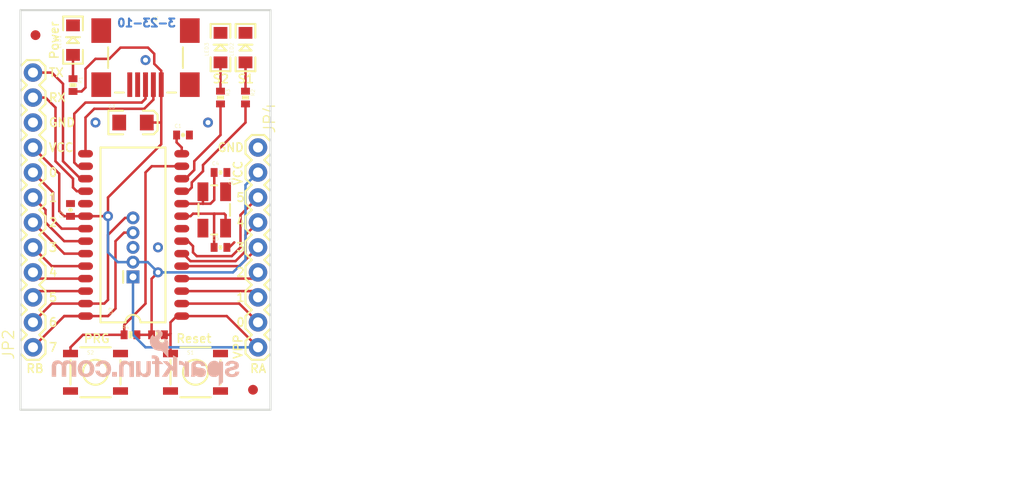
<source format=kicad_pcb>
(kicad_pcb (version 20211014) (generator pcbnew)
  (layers (0 "F.Cu" signal) (31 "B.Cu" signal) (34 "B.Paste" user) (35 "F.Paste" user) (36 "B.SilkS" user "B.Silkscreen") (37 "F.SilkS" user "F.Silkscreen") (38 "B.Mask" user) (39 "F.Mask" user) (44 "Edge.Cuts" user))
  (net 0 "")
  (net 1 "VPP")
  (net 2 "RA0")
  (net 3 "RA1")
  (net 4 "RA2")
  (net 5 "RA3")
  (net 6 "RA4")
  (net 7 "RA5")
  (net 8 "GND")
  (net 9 "OSC2")
  (net 10 "OSC1")
  (net 11 "SL1")
  (net 12 "SL2")
  (net 13 "CS1")
  (net 14 "N$1")
  (net 15 "VCC")
  (net 16 "PGD")
  (net 17 "PGC")
  (net 18 "RB5")
  (net 19 "RB4")
  (net 20 "RB3")
  (net 21 "RB2")
  (net 22 "RB1")
  (net 23 "RB0")
  (net 24 "RX")
  (net 25 "TX")
  (net 26 "D+")
  (net 27 "D-")
  (net 28 "N$4")
  (net 29 "N$5")
  (net 30 "N$6")
  (footprint "boardEagle:LED-1206" (layer "F.Cu") (at 141.1351 87.7316 90)
    (fp_text reference "LED1" (at -0.889 -1.397 90) (layer "F.SilkS") (effects (font (size 0.376489 0.376489) (thickness 0.029911)) (justify left)))
    (fp_text value "Green")
    (pad "A" smd rect (at -1.5 0 90) (size 1.2 1.4) (layers "F.Cu" "F.Paste" "F.Mask") (net 28 "N$4"))
    (pad "C" smd rect (at 1.5 0 90) (size 1.2 1.4) (layers "F.Cu" "F.Paste" "F.Mask") (net 8 "GND"))
  )
  (footprint "boardEagle:1X09" (layer "F.Cu") (at 159.9311 98.6536 -90)
    (fp_text reference "JP4" (at -1.3462 -1.8288 -90) (layer "F.SilkS") (effects (font (size 1.143 1.143) (thickness 0.127)) (justify left bottom)))
    (fp_text value "")
    (pad "1" thru_hole circle (at 0 0) (size 1.8796 1.8796) (drill 1.016) (layers *.Cu *.Mask) (net 8 "GND"))
    (pad "2" thru_hole circle (at 2.54 0) (size 1.8796 1.8796) (drill 1.016) (layers *.Cu *.Mask) (net 15 "VCC"))
    (pad "3" thru_hole circle (at 5.08 0) (size 1.8796 1.8796) (drill 1.016) (layers *.Cu *.Mask) (net 7 "RA5"))
    (pad "4" thru_hole circle (at 7.62 0) (size 1.8796 1.8796) (drill 1.016) (layers *.Cu *.Mask) (net 6 "RA4"))
    (pad "5" thru_hole circle (at 10.16 0) (size 1.8796 1.8796) (drill 1.016) (layers *.Cu *.Mask) (net 5 "RA3"))
    (pad "6" thru_hole circle (at 12.7 0) (size 1.8796 1.8796) (drill 1.016) (layers *.Cu *.Mask) (net 4 "RA2"))
    (pad "7" thru_hole circle (at 15.24 0) (size 1.8796 1.8796) (drill 1.016) (layers *.Cu *.Mask) (net 3 "RA1"))
    (pad "8" thru_hole circle (at 17.78 0) (size 1.8796 1.8796) (drill 1.016) (layers *.Cu *.Mask) (net 2 "RA0"))
    (pad "9" thru_hole circle (at 20.32 0) (size 1.8796 1.8796) (drill 1.016) (layers *.Cu *.Mask) (net 1 "VPP"))
  )
  (footprint "boardEagle:FIDUCIAL-1X2" (layer "F.Cu") (at 137.3251 87.2236)
    (fp_text reference "FID1" hide)
    (fp_text value "FIDUCIAL1X2" hide)
    (pad "1" smd roundrect (at 0 0) (size 1 1) (layers "F.Cu" "F.Mask") (roundrect_rratio 0.5))
  )
  (footprint "boardEagle:USB-MINIB" (layer "F.Cu") (at 148.5011 89.7636 -90)
    (fp_text reference "X1" (at -3.81 -1.27 -90) (layer "F.SilkS") (effects (font (size 0.373888 0.373888) (thickness 0.032512)) (justify left bottom)))
    (fp_text value "USBSMD")
    (pad "" np_thru_hole circle (at 0 2.2 270) (size 0.9 0.9) (drill 0.9) (layers *.Cu *.Mask))
    (pad "" np_thru_hole circle (at 0 -2.2 270) (size 0.9 0.9) (drill 0.9) (layers *.Cu *.Mask))
    (pad "D+" smd rect (at 2.5 0 270) (size 2.5 0.5) (layers "F.Cu" "F.Paste" "F.Mask") (net 26 "D+"))
    (pad "D-" smd rect (at 2.5 -0.8 270) (size 2.5 0.5) (layers "F.Cu" "F.Paste" "F.Mask") (net 27 "D-"))
    (pad "GND" smd rect (at 2.5 1.6 270) (size 2.5 0.5) (layers "F.Cu" "F.Paste" "F.Mask") (net 8 "GND"))
    (pad "GND@1" smd rect (at -3 4.5 270) (size 2.5 2) (layers "F.Cu" "F.Paste" "F.Mask"))
    (pad "GND@2" smd rect (at -3 -4.5 270) (size 2.5 2) (layers "F.Cu" "F.Paste" "F.Mask"))
    (pad "GND@3" smd rect (at 2.5 -4.5 270) (size 2.5 2) (layers "F.Cu" "F.Paste" "F.Mask"))
    (pad "GND@4" smd rect (at 2.5 4.5 270) (size 2.5 2) (layers "F.Cu" "F.Paste" "F.Mask"))
    (pad "ID" smd rect (at 2.5 0.8 270) (size 2.5 0.5) (layers "F.Cu" "F.Paste" "F.Mask"))
    (pad "VBUS" smd rect (at 2.5 -1.6 270) (size 2.5 0.5) (layers "F.Cu" "F.Paste" "F.Mask") (net 15 "VCC"))
  )
  (footprint "boardEagle:SO-28W" (layer "F.Cu") (at 147.2311 107.5436 90)
    (fp_text reference "U2" (at -8.128 -2.032 90) (layer "F.SilkS") (effects (font (size 0.36576 0.36576) (thickness 0.04064)) (justify left bottom)))
    (fp_text value "PIC18F2455")
    (pad "1" smd roundrect (at -8.255 4.953 90) (size 0.762 1.524) (layers "F.Cu" "F.Paste" "F.Mask") (roundrect_rratio 0.5) (net 1 "VPP"))
    (pad "2" smd roundrect (at -6.985 4.953 90) (size 0.762 1.524) (layers "F.Cu" "F.Paste" "F.Mask") (roundrect_rratio 0.5) (net 2 "RA0"))
    (pad "3" smd roundrect (at -5.715 4.953 90) (size 0.762 1.524) (layers "F.Cu" "F.Paste" "F.Mask") (roundrect_rratio 0.5) (net 3 "RA1"))
    (pad "4" smd roundrect (at -4.445 4.953 90) (size 0.762 1.524) (layers "F.Cu" "F.Paste" "F.Mask") (roundrect_rratio 0.5) (net 4 "RA2"))
    (pad "5" smd roundrect (at -3.175 4.953 90) (size 0.762 1.524) (layers "F.Cu" "F.Paste" "F.Mask") (roundrect_rratio 0.5) (net 5 "RA3"))
    (pad "6" smd roundrect (at -1.905 4.953 90) (size 0.762 1.524) (layers "F.Cu" "F.Paste" "F.Mask") (roundrect_rratio 0.5) (net 6 "RA4"))
    (pad "7" smd roundrect (at -0.635 4.953 90) (size 0.762 1.524) (layers "F.Cu" "F.Paste" "F.Mask") (roundrect_rratio 0.5) (net 7 "RA5"))
    (pad "8" smd roundrect (at 0.635 4.953 90) (size 0.762 1.524) (layers "F.Cu" "F.Paste" "F.Mask") (roundrect_rratio 0.5) (net 8 "GND"))
    (pad "9" smd roundrect (at 1.905 4.953 90) (size 0.762 1.524) (layers "F.Cu" "F.Paste" "F.Mask") (roundrect_rratio 0.5) (net 10 "OSC1"))
    (pad "10" smd roundrect (at 3.175 4.953 90) (size 0.762 1.524) (layers "F.Cu" "F.Paste" "F.Mask") (roundrect_rratio 0.5) (net 9 "OSC2"))
    (pad "11" smd roundrect (at 4.445 4.953 90) (size 0.762 1.524) (layers "F.Cu" "F.Paste" "F.Mask") (roundrect_rratio 0.5) (net 11 "SL1"))
    (pad "12" smd roundrect (at 5.715 4.953 90) (size 0.762 1.524) (layers "F.Cu" "F.Paste" "F.Mask") (roundrect_rratio 0.5) (net 12 "SL2"))
    (pad "13" smd roundrect (at 6.985 4.953 90) (size 0.762 1.524) (layers "F.Cu" "F.Paste" "F.Mask") (roundrect_rratio 0.5) (net 13 "CS1"))
    (pad "14" smd roundrect (at 8.255 4.953 90) (size 0.762 1.524) (layers "F.Cu" "F.Paste" "F.Mask") (roundrect_rratio 0.5) (net 14 "N$1"))
    (pad "15" smd roundrect (at 8.255 -4.826 90) (size 0.762 1.524) (layers "F.Cu" "F.Paste" "F.Mask") (roundrect_rratio 0.5) (net 27 "D-"))
    (pad "16" smd roundrect (at 6.985 -4.826 90) (size 0.762 1.524) (layers "F.Cu" "F.Paste" "F.Mask") (roundrect_rratio 0.5) (net 26 "D+"))
    (pad "17" smd roundrect (at 5.715 -4.826 90) (size 0.762 1.524) (layers "F.Cu" "F.Paste" "F.Mask") (roundrect_rratio 0.5) (net 25 "TX"))
    (pad "18" smd roundrect (at 4.445 -4.826 90) (size 0.762 1.524) (layers "F.Cu" "F.Paste" "F.Mask") (roundrect_rratio 0.5) (net 24 "RX"))
    (pad "19" smd roundrect (at 3.175 -4.826 90) (size 0.762 1.524) (layers "F.Cu" "F.Paste" "F.Mask") (roundrect_rratio 0.5) (net 8 "GND"))
    (pad "20" smd roundrect (at 1.905 -4.826 90) (size 0.762 1.524) (layers "F.Cu" "F.Paste" "F.Mask") (roundrect_rratio 0.5) (net 15 "VCC"))
    (pad "21" smd roundrect (at 0.635 -4.826 90) (size 0.762 1.524) (layers "F.Cu" "F.Paste" "F.Mask") (roundrect_rratio 0.5) (net 23 "RB0"))
    (pad "22" smd roundrect (at -0.635 -4.826 90) (size 0.762 1.524) (layers "F.Cu" "F.Paste" "F.Mask") (roundrect_rratio 0.5) (net 22 "RB1"))
    (pad "23" smd roundrect (at -1.905 -4.826 90) (size 0.762 1.524) (layers "F.Cu" "F.Paste" "F.Mask") (roundrect_rratio 0.5) (net 21 "RB2"))
    (pad "24" smd roundrect (at -3.175 -4.826 90) (size 0.762 1.524) (layers "F.Cu" "F.Paste" "F.Mask") (roundrect_rratio 0.5) (net 20 "RB3"))
    (pad "25" smd roundrect (at -4.445 -4.826 90) (size 0.762 1.524) (layers "F.Cu" "F.Paste" "F.Mask") (roundrect_rratio 0.5) (net 19 "RB4"))
    (pad "26" smd roundrect (at -5.715 -4.826 90) (size 0.762 1.524) (layers "F.Cu" "F.Paste" "F.Mask") (roundrect_rratio 0.5) (net 18 "RB5"))
    (pad "27" smd roundrect (at -6.985 -4.826 90) (size 0.762 1.524) (layers "F.Cu" "F.Paste" "F.Mask") (roundrect_rratio 0.5) (net 17 "PGC"))
    (pad "28" smd roundrect (at -8.255 -4.826 90) (size 0.762 1.524) (layers "F.Cu" "F.Paste" "F.Mask") (roundrect_rratio 0.5) (net 16 "PGD"))
  )
  (footprint "boardEagle:0402-CAP" (layer "F.Cu") (at 156.1211 101.1936)
    (fp_text reference "C4" (at -0.889 -0.6985) (layer "F.SilkS") (effects (font (size 0.373888 0.373888) (thickness 0.032512)) (justify left bottom)))
    (fp_text value "22pF")
    (pad "1" smd rect (at -0.65 0) (size 0.7 0.9) (layers "F.Cu" "F.Paste" "F.Mask") (net 9 "OSC2"))
    (pad "2" smd rect (at 0.65 0) (size 0.7 0.9) (layers "F.Cu" "F.Paste" "F.Mask") (net 8 "GND"))
  )
  (footprint "boardEagle:EIA3216" (layer "F.Cu") (at 147.2311 96.1136)
    (fp_text reference "C3" (at -2.54 -1.381) (layer "F.SilkS") (effects (font (size 0.373888 0.373888) (thickness 0.032512)) (justify left bottom)))
    (fp_text value "10uF")
    (pad "A" smd rect (at 1.4 0 90) (size 1.6 1.4) (layers "F.Cu" "F.Paste" "F.Mask") (net 15 "VCC"))
    (pad "C" smd rect (at -1.4 0 90) (size 1.6 1.4) (layers "F.Cu" "F.Paste" "F.Mask") (net 8 "GND"))
  )
  (footprint "boardEagle:0402-CAP" (layer "F.Cu") (at 152.3111 97.3836)
    (fp_text reference "C1" (at -0.889 -0.6985) (layer "F.SilkS") (effects (font (size 0.373888 0.373888) (thickness 0.032512)) (justify left bottom)))
    (fp_text value "0.1uF")
    (pad "1" smd rect (at -0.65 0) (size 0.7 0.9) (layers "F.Cu" "F.Paste" "F.Mask") (net 14 "N$1"))
    (pad "2" smd rect (at 0.65 0) (size 0.7 0.9) (layers "F.Cu" "F.Paste" "F.Mask") (net 8 "GND"))
  )
  (footprint "boardEagle:LED-1206" (layer "F.Cu") (at 156.1211 88.4936 90)
    (fp_text reference "LED3" (at -0.889 -1.397 90) (layer "F.SilkS") (effects (font (size 0.376489 0.376489) (thickness 0.029911)) (justify left)))
    (fp_text value "Red")
    (pad "A" smd rect (at -1.5 0 90) (size 1.2 1.4) (layers "F.Cu" "F.Paste" "F.Mask") (net 30 "N$6"))
    (pad "C" smd rect (at 1.5 0 90) (size 1.2 1.4) (layers "F.Cu" "F.Paste" "F.Mask") (net 8 "GND"))
  )
  (footprint "boardEagle:PIC-ICSP-MINI" (layer "F.Cu") (at 147.2311 108.8136 90)
    (fp_text reference "JP3" hide)
    (fp_text value "PIC-ICSP-MINI" hide)
    (pad "1" thru_hole rect (at -3 0 90) (size 1.3096 1.3096) (drill 0.7) (layers *.Cu *.Mask) (net 1 "VPP"))
    (pad "2" thru_hole circle (at -1.5 0 90) (size 1.3096 1.3096) (drill 0.7) (layers *.Cu *.Mask) (net 15 "VCC"))
    (pad "3" thru_hole circle (at 0 0 90) (size 1.3096 1.3096) (drill 0.7) (layers *.Cu *.Mask) (net 8 "GND"))
    (pad "4" thru_hole circle (at 1.5 0 90) (size 1.3096 1.3096) (drill 0.7) (layers *.Cu *.Mask) (net 16 "PGD"))
    (pad "5" thru_hole circle (at 3 0 90) (size 1.3096 1.3096) (drill 0.7) (layers *.Cu *.Mask) (net 17 "PGC"))
  )
  (footprint "boardEagle:TACTILE_SWITCH_SMD" (layer "F.Cu") (at 153.5811 121.5136)
    (fp_text reference "S1" (at -0.889 -1.778) (layer "F.SilkS") (effects (font (size 0.373888 0.373888) (thickness 0.032512)) (justify left bottom)))
    (fp_text value "Reset")
    (pad "1" smd rect (at -2.54 -1.905 90) (size 0.762 1.524) (layers "F.Cu" "F.Paste" "F.Mask") (net 1 "VPP"))
    (pad "2" smd rect (at 2.54 -1.905 90) (size 0.762 1.524) (layers "F.Cu" "F.Paste" "F.Mask"))
    (pad "3" smd rect (at -2.54 1.905 90) (size 0.762 1.524) (layers "F.Cu" "F.Paste" "F.Mask") (net 8 "GND"))
    (pad "4" smd rect (at 2.54 1.905 90) (size 0.762 1.524) (layers "F.Cu" "F.Paste" "F.Mask"))
  )
  (footprint "boardEagle:LED-1206" (layer "F.Cu") (at 158.6611 88.4936 90)
    (fp_text reference "LED2" (at -0.889 -1.397 90) (layer "F.SilkS") (effects (font (size 0.376489 0.376489) (thickness 0.029911)) (justify left)))
    (fp_text value "Yellow")
    (pad "A" smd rect (at -1.5 0 90) (size 1.2 1.4) (layers "F.Cu" "F.Paste" "F.Mask") (net 29 "N$5"))
    (pad "C" smd rect (at 1.5 0 90) (size 1.2 1.4) (layers "F.Cu" "F.Paste" "F.Mask") (net 8 "GND"))
  )
  (footprint "boardEagle:0402-RES" (layer "F.Cu") (at 141.1351 92.3036 -90)
    (fp_text reference "R1" (at -0.889 -0.762 90) (layer "F.SilkS") (effects (font (size 0.376489 0.376489) (thickness 0.029911)) (justify right)))
    (fp_text value "330")
    (pad "1" smd rect (at -0.65 0 270) (size 0.7 0.9) (layers "F.Cu" "F.Paste" "F.Mask") (net 28 "N$4"))
    (pad "2" smd rect (at 0.65 0 270) (size 0.7 0.9) (layers "F.Cu" "F.Paste" "F.Mask") (net 15 "VCC"))
  )
  (footprint "boardEagle:0402-RES" (layer "F.Cu") (at 158.6611 93.5736 -90)
    (fp_text reference "R2" (at -0.889 -0.762 90) (layer "F.SilkS") (effects (font (size 0.376489 0.376489) (thickness 0.029911)) (justify right)))
    (fp_text value "330")
    (pad "1" smd rect (at -0.65 0 270) (size 0.7 0.9) (layers "F.Cu" "F.Paste" "F.Mask") (net 29 "N$5"))
    (pad "2" smd rect (at 0.65 0 270) (size 0.7 0.9) (layers "F.Cu" "F.Paste" "F.Mask") (net 11 "SL1"))
  )
  (footprint "boardEagle:0402-RES" (layer "F.Cu") (at 146.9771 117.7036)
    (fp_text reference "R4" (at -0.889 -0.762) (layer "F.SilkS") (effects (font (size 0.376489 0.376489) (thickness 0.029911)) (justify left)))
    (fp_text value "10K")
    (pad "1" smd rect (at -0.65 0) (size 0.7 0.9) (layers "F.Cu" "F.Paste" "F.Mask") (net 13 "CS1"))
    (pad "2" smd rect (at 0.65 0) (size 0.7 0.9) (layers "F.Cu" "F.Paste" "F.Mask") (net 15 "VCC"))
  )
  (footprint "boardEagle:TACTILE_SWITCH_SMD" (layer "F.Cu") (at 143.4211 121.5136)
    (fp_text reference "S2" (at -0.889 -1.778) (layer "F.SilkS") (effects (font (size 0.373888 0.373888) (thickness 0.032512)) (justify left bottom)))
    (fp_text value "PRG")
    (pad "1" smd rect (at -2.54 -1.905 90) (size 0.762 1.524) (layers "F.Cu" "F.Paste" "F.Mask") (net 13 "CS1"))
    (pad "2" smd rect (at 2.54 -1.905 90) (size 0.762 1.524) (layers "F.Cu" "F.Paste" "F.Mask"))
    (pad "3" smd rect (at -2.54 1.905 90) (size 0.762 1.524) (layers "F.Cu" "F.Paste" "F.Mask") (net 8 "GND"))
    (pad "4" smd rect (at 2.54 1.905 90) (size 0.762 1.524) (layers "F.Cu" "F.Paste" "F.Mask"))
  )
  (footprint "boardEagle:FIDUCIAL-1X2" (layer "F.Cu") (at 159.4231 123.2916)
    (fp_text reference "FID2" hide)
    (fp_text value "FIDUCIAL1X2" hide)
    (pad "1" smd roundrect (at 0 0) (size 1 1) (layers "F.Cu" "F.Mask") (roundrect_rratio 0.5))
  )
  (footprint "boardEagle:CREATIVE_COMMONS" (layer "F.Cu") (at 154.8511 132.9436)
    (fp_text reference "U$2" hide)
    (fp_text value "CREATIVE_COMMONS" hide)
  )
  (footprint "boardEagle:0402-CAP" (layer "F.Cu") (at 140.8811 105.0036 90)
    (fp_text reference "C2" (at -0.889 -0.6985 90) (layer "F.SilkS") (effects (font (size 0.373888 0.373888) (thickness 0.032512)) (justify left bottom)))
    (fp_text value "0.1uF")
    (pad "1" smd rect (at -0.65 0 90) (size 0.7 0.9) (layers "F.Cu" "F.Paste" "F.Mask") (net 15 "VCC"))
    (pad "2" smd rect (at 0.65 0 90) (size 0.7 0.9) (layers "F.Cu" "F.Paste" "F.Mask") (net 8 "GND"))
  )
  (footprint "boardEagle:CRYSTAL-SMD-5X3" (layer "F.Cu") (at 155.4861 105.0036 -90)
    (fp_text reference "Q1" (at -2.54 -1.905 -90) (layer "F.SilkS") (effects (font (size 0.373888 0.373888) (thickness 0.032512)) (justify left bottom)))
    (fp_text value "24MHz")
    (pad "1" smd rect (at -1.85 1.15 270) (size 1.9 1.1) (layers "F.Cu" "F.Paste" "F.Mask") (net 9 "OSC2"))
    (pad "2" smd rect (at 1.85 1.15 270) (size 1.9 1.1) (layers "F.Cu" "F.Paste" "F.Mask"))
    (pad "3" smd rect (at 1.85 -1.15 270) (size 1.9 1.1) (layers "F.Cu" "F.Paste" "F.Mask") (net 10 "OSC1"))
    (pad "4" smd rect (at -1.85 -1.15 270) (size 1.9 1.1) (layers "F.Cu" "F.Paste" "F.Mask"))
  )
  (footprint "boardEagle:0402-CAP" (layer "F.Cu") (at 156.1211 108.8136)
    (fp_text reference "C5" (at -0.889 -0.6985) (layer "F.SilkS") (effects (font (size 0.373888 0.373888) (thickness 0.032512)) (justify left bottom)))
    (fp_text value "22pF")
    (pad "1" smd rect (at -0.65 0) (size 0.7 0.9) (layers "F.Cu" "F.Paste" "F.Mask") (net 10 "OSC1"))
    (pad "2" smd rect (at 0.65 0) (size 0.7 0.9) (layers "F.Cu" "F.Paste" "F.Mask") (net 8 "GND"))
  )
  (footprint "boardEagle:0402-RES" (layer "F.Cu") (at 156.1211 93.5736 -90)
    (fp_text reference "R3" (at -0.889 -0.762 90) (layer "F.SilkS") (effects (font (size 0.376489 0.376489) (thickness 0.029911)) (justify right)))
    (fp_text value "330")
    (pad "1" smd rect (at -0.65 0 270) (size 0.7 0.9) (layers "F.Cu" "F.Paste" "F.Mask") (net 30 "N$6"))
    (pad "2" smd rect (at 0.65 0 270) (size 0.7 0.9) (layers "F.Cu" "F.Paste" "F.Mask") (net 12 "SL2"))
  )
  (footprint "boardEagle:1X12" (layer "F.Cu") (at 137.0711 118.9736 90)
    (fp_text reference "JP2" (at -1.3462 -1.8288 90) (layer "F.SilkS") (effects (font (size 1.143 1.143) (thickness 0.127)) (justify left bottom)))
    (fp_text value "")
    (pad "1" thru_hole circle (at 0 0 180) (size 1.8796 1.8796) (drill 1.016) (layers *.Cu *.Mask) (net 16 "PGD"))
    (pad "2" thru_hole circle (at 2.54 0 180) (size 1.8796 1.8796) (drill 1.016) (layers *.Cu *.Mask) (net 17 "PGC"))
    (pad "3" thru_hole circle (at 5.08 0 180) (size 1.8796 1.8796) (drill 1.016) (layers *.Cu *.Mask) (net 18 "RB5"))
    (pad "4" thru_hole circle (at 7.62 0 180) (size 1.8796 1.8796) (drill 1.016) (layers *.Cu *.Mask) (net 19 "RB4"))
    (pad "5" thru_hole circle (at 10.16 0 180) (size 1.8796 1.8796) (drill 1.016) (layers *.Cu *.Mask) (net 20 "RB3"))
    (pad "6" thru_hole circle (at 12.7 0 180) (size 1.8796 1.8796) (drill 1.016) (layers *.Cu *.Mask) (net 21 "RB2"))
    (pad "7" thru_hole circle (at 15.24 0 180) (size 1.8796 1.8796) (drill 1.016) (layers *.Cu *.Mask) (net 22 "RB1"))
    (pad "8" thru_hole circle (at 17.78 0 180) (size 1.8796 1.8796) (drill 1.016) (layers *.Cu *.Mask) (net 23 "RB0"))
    (pad "9" thru_hole circle (at 20.32 0 180) (size 1.8796 1.8796) (drill 1.016) (layers *.Cu *.Mask) (net 15 "VCC"))
    (pad "10" thru_hole circle (at 22.86 0 180) (size 1.8796 1.8796) (drill 1.016) (layers *.Cu *.Mask) (net 8 "GND"))
    (pad "11" thru_hole circle (at 25.4 0 180) (size 1.8796 1.8796) (drill 1.016) (layers *.Cu *.Mask) (net 24 "RX"))
    (pad "12" thru_hole circle (at 27.94 0 180) (size 1.8796 1.8796) (drill 1.016) (layers *.Cu *.Mask) (net 25 "TX"))
  )
  (footprint "boardEagle:0402-RES" (layer "F.Cu") (at 149.7711 117.7036 180)
    (fp_text reference "R5" (at -0.889 -0.762) (layer "F.SilkS") (effects (font (size 0.376489 0.376489) (thickness 0.029911)) (justify right)))
    (fp_text value "10K")
    (pad "1" smd rect (at -0.65 0 180) (size 0.7 0.9) (layers "F.Cu" "F.Paste" "F.Mask") (net 1 "VPP"))
    (pad "2" smd rect (at 0.65 0 180) (size 0.7 0.9) (layers "F.Cu" "F.Paste" "F.Mask") (net 15 "VCC"))
  )
  (footprint "boardEagle:SFE-NEW-WEBLOGO" (layer "B.Cu") (at 158.0261 122.9106 180)
    (fp_text reference "U$1" hide)
    (fp_text value "LOGO-SFENEW" hide)
  )
  (gr_line (start 161.2011 125.3236) (end 161.2011 84.6836) (layer "Edge.Cuts") (width 0.2032))
  (gr_line (start 161.2011 84.6836) (end 135.8011 84.6836) (layer "Edge.Cuts") (width 0.2032))
  (gr_line (start 135.8011 125.3236) (end 161.2011 125.3236) (layer "Edge.Cuts") (width 0.2032))
  (gr_line (start 135.8011 84.6836) (end 135.8011 125.3236) (layer "Edge.Cuts") (width 0.2032))
  (gr_text "3-23-10" (at 151.6761 86.4616) (layer "B.Cu") (effects (font (size 0.8128 0.8128) (thickness 0.2032)) (justify left bottom mirror)))
  (gr_text "5" (at 138.5951 114.4016) (layer "F.SilkS") (effects (font (size 0.8636 0.8636) (thickness 0.1524)) (justify left bottom)))
  (gr_text "1" (at 157.6451 114.4016) (layer "F.SilkS") (effects (font (size 0.8636 0.8636) (thickness 0.1524)) (justify left bottom)))
  (gr_text "S2" (at 155.2321 92.1766) (layer "F.SilkS") (effects (font (size 0.8636 0.8636) (thickness 0.1524)) (justify left bottom)))
  (gr_text "TX" (at 138.5951 91.5416) (layer "F.SilkS") (effects (font (size 0.8636 0.8636) (thickness 0.1524)) (justify left bottom)))
  (gr_text "RB" (at 136.3091 121.6406) (layer "F.SilkS") (effects (font (size 0.8636 0.8636) (thickness 0.1524)) (justify left bottom)))
  (gr_text "GND" (at 155.7401 99.1616) (layer "F.SilkS") (effects (font (size 0.8636 0.8636) (thickness 0.1524)) (justify left bottom)))
  (gr_text "S1" (at 157.7721 92.1766) (layer "F.SilkS") (effects (font (size 0.8636 0.8636) (thickness 0.1524)) (justify left bottom)))
  (gr_text "3" (at 157.6451 109.3216) (layer "F.SilkS") (effects (font (size 0.8636 0.8636) (thickness 0.1524)) (justify left bottom)))
  (gr_text "GND" (at 138.5951 96.6216) (layer "F.SilkS") (effects (font (size 0.8636 0.8636) (thickness 0.1524)) (justify left bottom)))
  (gr_text "0" (at 138.5951 101.7016) (layer "F.SilkS") (effects (font (size 0.8636 0.8636) (thickness 0.1524)) (justify left bottom)))
  (gr_text "7" (at 138.5951 119.4816) (layer "F.SilkS") (effects (font (size 0.8636 0.8636) (thickness 0.1524)) (justify left bottom)))
  (gr_text "1" (at 138.5951 104.2416) (layer "F.SilkS") (effects (font (size 0.8636 0.8636) (thickness 0.1524)) (justify left bottom)))
  (gr_text "5" (at 157.6451 104.2416) (layer "F.SilkS") (effects (font (size 0.8636 0.8636) (thickness 0.1524)) (justify left bottom)))
  (gr_text "4" (at 138.5951 111.8616) (layer "F.SilkS") (effects (font (size 0.8636 0.8636) (thickness 0.1524)) (justify left bottom)))
  (gr_text "2" (at 138.5951 106.7816) (layer "F.SilkS") (effects (font (size 0.8636 0.8636) (thickness 0.1524)) (justify left bottom)))
  (gr_text "VCC" (at 138.5951 99.1616) (layer "F.SilkS") (effects (font (size 0.8636 0.8636) (thickness 0.1524)) (justify left bottom)))
  (gr_text "RA" (at 159.0421 121.6406) (layer "F.SilkS") (effects (font (size 0.8636 0.8636) (thickness 0.1524)) (justify left bottom)))
  (gr_text "0" (at 157.6451 116.9416) (layer "F.SilkS") (effects (font (size 0.8636 0.8636) (thickness 0.1524)) (justify left bottom)))
  (gr_text "6" (at 138.5951 116.9416) (layer "F.SilkS") (effects (font (size 0.8636 0.8636) (thickness 0.1524)) (justify left bottom)))
  (gr_text "VCC" (at 158.4071 102.5906 90) (layer "F.SilkS") (effects (font (size 0.8636 0.8636) (thickness 0.1524)) (justify left bottom)))
  (gr_text "VPP" (at 158.4071 120.2436 90) (layer "F.SilkS") (effects (font (size 0.8636 0.8636) (thickness 0.1524)) (justify left bottom)))
  (gr_text "4" (at 157.6451 106.7816) (layer "F.SilkS") (effects (font (size 0.8636 0.8636) (thickness 0.1524)) (justify left bottom)))
  (gr_text "Reset" (at 151.5491 118.5926) (layer "F.SilkS") (effects (font (size 0.8636 0.8636) (thickness 0.1524)) (justify left bottom)))
  (gr_text "2" (at 157.6451 111.8616) (layer "F.SilkS") (effects (font (size 0.8636 0.8636) (thickness 0.1524)) (justify left bottom)))
  (gr_text "Power" (at 139.7381 89.7636 90) (layer "F.SilkS") (effects (font (size 0.8636 0.8636) (thickness 0.1524)) (justify left bottom)))
  (gr_text "3" (at 138.5951 109.3216) (layer "F.SilkS") (effects (font (size 0.8636 0.8636) (thickness 0.1524)) (justify left bottom)))
  (gr_text "PRG" (at 142.1511 118.5926) (layer "F.SilkS") (effects (font (size 0.8636 0.8636) (thickness 0.1524)) (justify left bottom)))
  (gr_text "RX" (at 138.5951 94.0816) (layer "F.SilkS") (effects (font (size 0.8636 0.8636) (thickness 0.1524)) (justify left bottom)))
  (segment (start 152.1841 115.7986) (end 151.6761 115.7986) (width 0.254) (layer "F.Cu") (net 1))
  (segment (start 150.9141 117.7036) (end 150.4211 117.7036) (width 0.254) (layer "F.Cu") (net 1))
  (segment (start 151.0411 117.5766) (end 151.0411 119.6086) (width 0.254) (layer "F.Cu") (net 1))
  (segment (start 151.0411 116.4336) (end 151.0411 117.5766) (width 0.254) (layer "F.Cu") (net 1))
  (segment (start 159.9311 118.9736) (end 156.7561 115.7986) (width 0.254) (layer "F.Cu") (net 1))
  (segment (start 151.6761 115.7986) (end 151.0411 116.4336) (width 0.254) (layer "F.Cu") (net 1))
  (segment (start 151.0411 117.5766) (end 150.9141 117.7036) (width 0.254) (layer "F.Cu") (net 1))
  (segment (start 156.7561 115.7986) (end 152.1841 115.7986) (width 0.254) (layer "F.Cu") (net 1))
  (segment (start 148.5011 118.9736) (end 159.9311 118.9736) (width 0.254) (layer "B.Cu") (net 1))
  (segment (start 147.2311 117.7036) (end 147.2311 111.8136) (width 0.254) (layer "B.Cu") (net 1))
  (segment (start 148.5011 118.9736) (end 147.2311 117.7036) (width 0.254) (layer "B.Cu") (net 1))
  (segment (start 152.1841 114.5286) (end 158.0261 114.5286) (width 0.254) (layer "F.Cu") (net 2))
  (segment (start 158.0261 114.5286) (end 159.9311 116.4336) (width 0.254) (layer "F.Cu") (net 2))
  (segment (start 152.1841 113.2586) (end 159.2961 113.2586) (width 0.254) (layer "F.Cu") (net 3))
  (segment (start 159.2961 113.2586) (end 159.9311 113.8936) (width 0.254) (layer "F.Cu") (net 3))
  (segment (start 159.2961 111.9886) (end 159.9311 111.3536) (width 0.254) (layer "F.Cu") (net 4))
  (segment (start 152.1841 111.9886) (end 159.2961 111.9886) (width 0.254) (layer "F.Cu") (net 4))
  (segment (start 158.0261 110.7186) (end 159.9311 108.8136) (width 0.254) (layer "F.Cu") (net 5))
  (segment (start 152.1841 110.7186) (end 158.0261 110.7186) (width 0.254) (layer "F.Cu") (net 5))
  (segment (start 158.6611 107.5436) (end 159.9311 106.2736) (width 0.254) (layer "F.Cu") (net 6))
  (segment (start 158.6611 109.1946) (end 158.6611 107.5436) (width 0.254) (layer "F.Cu") (net 6))
  (segment (start 157.6451 110.2106) (end 158.6611 109.1946) (width 0.254) (layer "F.Cu") (net 6))
  (segment (start 153.0731 110.2106) (end 157.6451 110.2106) (width 0.254) (layer "F.Cu") (net 6))
  (segment (start 152.3111 109.4486) (end 152.1841 109.4486) (width 0.254) (layer "F.Cu") (net 6))
  (segment (start 153.0731 110.2106) (end 152.3111 109.4486) (width 0.254) (layer "F.Cu") (net 6))
  (segment (start 152.1841 108.1786) (end 152.8191 108.1786) (width 0.254) (layer "F.Cu") (net 7))
  (segment (start 152.8191 108.1786) (end 153.3271 108.6866) (width 0.254) (layer "F.Cu") (net 7))
  (segment (start 153.7081 109.7026) (end 157.2641 109.7026) (width 0.254) (layer "F.Cu") (net 7))
  (segment (start 157.2641 109.7026) (end 158.1531 108.8136) (width 0.254) (layer "F.Cu") (net 7))
  (segment (start 153.3271 109.3216) (end 153.7081 109.7026) (width 0.254) (layer "F.Cu") (net 7))
  (segment (start 153.3271 108.6866) (end 153.3271 109.3216) (width 0.254) (layer "F.Cu") (net 7))
  (segment (start 158.1531 108.8136) (end 158.1531 105.5116) (width 0.254) (layer "F.Cu") (net 7))
  (segment (start 158.1531 105.5116) (end 159.9311 103.7336) (width 0.254) (layer "F.Cu") (net 7))
  (segment (start 156.7711 108.8136) (end 157.0101 108.8136) (width 0.254) (layer "F.Cu") (net 8))
  (segment (start 157.0101 108.8136) (end 157.5181 108.3056) (width 0.254) (layer "F.Cu") (net 8))
  (via (at 149.7711 108.8136) (size 1.016) (drill 0.508) (layers "F.Cu" "B.Cu") (net 8))
  (via (at 143.4211 96.1136) (size 1.016) (drill 0.508) (layers "F.Cu" "B.Cu") (net 8))
  (via (at 148.5011 89.7636) (size 1.016) (drill 0.508) (layers "F.Cu" "B.Cu") (net 8))
  (via (at 154.8511 96.1136) (size 1.016) (drill 0.508) (layers "F.Cu" "B.Cu") (net 8))
  (segment (start 154.3431 104.3686) (end 154.3361 104.3616) (width 0.254) (layer "F.Cu") (net 9))
  (segment (start 155.4861 101.1936) (end 155.4711 101.1936) (width 0.254) (layer "F.Cu") (net 9))
  (segment (start 154.3361 104.3616) (end 154.3361 103.1536) (width 0.254) (layer "F.Cu") (net 9))
  (segment (start 152.1841 104.3686) (end 154.3431 104.3686) (width 0.254) (layer "F.Cu") (net 9))
  (segment (start 155.1051 104.3686) (end 155.4861 103.9876) (width 0.254) (layer "F.Cu") (net 9))
  (segment (start 154.3431 104.3686) (end 155.1051 104.3686) (width 0.254) (layer "F.Cu") (net 9))
  (segment (start 155.4861 103.9876) (end 155.4861 101.1936) (width 0.254) (layer "F.Cu") (net 9))
  (segment (start 156.6361 105.5186) (end 156.6361 106.8536) (width 0.254) (layer "F.Cu") (net 10))
  (segment (start 155.4861 105.5116) (end 155.4861 105.3846) (width 0.254) (layer "F.Cu") (net 10))
  (segment (start 153.3271 105.3846) (end 153.0731 105.6386) (width 0.254) (layer "F.Cu") (net 10))
  (segment (start 155.4711 105.5266) (end 155.4861 105.5116) (width 0.254) (layer "F.Cu") (net 10))
  (segment (start 155.4861 105.3846) (end 153.3271 105.3846) (width 0.254) (layer "F.Cu") (net 10))
  (segment (start 155.4861 105.3846) (end 156.5021 105.3846) (width 0.254) (layer "F.Cu") (net 10))
  (segment (start 156.5021 105.3846) (end 156.6361 105.5186) (width 0.254) (layer "F.Cu") (net 10))
  (segment (start 153.0731 105.6386) (end 152.1841 105.6386) (width 0.254) (layer "F.Cu") (net 10))
  (segment (start 155.4711 108.8136) (end 155.4711 105.5266) (width 0.254) (layer "F.Cu") (net 10))
  (segment (start 153.2001 102.7176) (end 153.2001 102.2096) (width 0.254) (layer "F.Cu") (net 11))
  (segment (start 152.8191 103.0986) (end 153.2001 102.7176) (width 0.254) (layer "F.Cu") (net 11))
  (segment (start 154.3431 101.0666) (end 154.3431 100.4316) (width 0.254) (layer "F.Cu") (net 11))
  (segment (start 154.3431 100.4316) (end 158.6611 96.1136) (width 0.254) (layer "F.Cu") (net 11))
  (segment (start 153.2001 102.2096) (end 154.3431 101.0666) (width 0.254) (layer "F.Cu") (net 11))
  (segment (start 152.1841 103.0986) (end 152.8191 103.0986) (width 0.254) (layer "F.Cu") (net 11))
  (segment (start 158.6611 96.1136) (end 158.6611 94.2236) (width 0.254) (layer "F.Cu") (net 11))
  (segment (start 153.4541 100.9396) (end 153.4541 100.0506) (width 0.254) (layer "F.Cu") (net 12))
  (segment (start 153.4541 100.0506) (end 156.1211 97.3836) (width 0.254) (layer "F.Cu") (net 12))
  (segment (start 156.1211 97.3836) (end 156.1211 94.2236) (width 0.254) (layer "F.Cu") (net 12))
  (segment (start 152.5651 101.8286) (end 153.4541 100.9396) (width 0.254) (layer "F.Cu") (net 12))
  (segment (start 152.1841 101.8286) (end 152.5651 101.8286) (width 0.254) (layer "F.Cu") (net 12))
  (segment (start 148.5011 114.5286) (end 148.5011 101.1936) (width 0.254) (layer "F.Cu") (net 13))
  (segment (start 140.8811 118.9736) (end 142.1511 117.7036) (width 0.254) (layer "F.Cu") (net 13))
  (segment (start 142.1511 117.7036) (end 146.3421 117.7036) (width 0.254) (layer "F.Cu") (net 13))
  (segment (start 146.3421 117.7036) (end 146.3271 117.7036) (width 0.254) (layer "F.Cu") (net 13))
  (segment (start 140.8811 119.6086) (end 140.8811 118.9736) (width 0.254) (layer "F.Cu") (net 13))
  (segment (start 146.3421 117.7036) (end 146.3421 116.6876) (width 0.254) (layer "F.Cu") (net 13))
  (segment (start 146.3421 116.6876) (end 148.5011 114.5286) (width 0.254) (layer "F.Cu") (net 13))
  (segment (start 148.5011 101.1936) (end 149.1361 100.5586) (width 0.254) (layer "F.Cu") (net 13))
  (segment (start 149.1361 100.5586) (end 152.1841 100.5586) (width 0.254) (layer "F.Cu") (net 13))
  (segment (start 151.6611 98.1306) (end 151.6611 97.3836) (width 0.254) (layer "F.Cu") (net 14))
  (segment (start 152.1841 98.6536) (end 151.6611 98.1306) (width 0.254) (layer "F.Cu") (net 14))
  (segment (start 152.1841 99.1616) (end 152.1841 98.6536) (width 0.254) (layer "F.Cu") (net 14))
  (segment (start 152.1841 99.2886) (end 152.3111 99.2886) (width 0.254) (layer "F.Cu") (net 14))
  (segment (start 152.3111 99.2886) (end 152.1841 99.1616) (width 0.254) (layer "F.Cu") (net 14))
  (segment (start 144.6911 103.7336) (end 150.1011 98.3236) (width 0.254) (layer "F.Cu") (net 15))
  (segment (start 140.8811 105.6386) (end 140.8811 105.6536) (width 0.254) (layer "F.Cu") (net 15))
  (segment (start 144.6911 105.6386) (end 144.6911 103.7336) (width 0.254) (layer "F.Cu") (net 15))
  (segment (start 143.4211 89.6366) (end 142.4051 90.6526) (width 0.254) (layer "F.Cu") (net 15))
  (segment (start 150.1121 92.2636) (end 150.1521 92.3036) (width 0.254) (layer "F.Cu") (net 15))
  (segment (start 150.1011 92.2526) (end 150.1011 90.8556) (width 0.254) (layer "F.Cu") (net 15))
  (segment (start 139.7381 105.1306) (end 139.7381 101.3206) (width 0.254) (layer "F.Cu") (net 15))
  (segment (start 144.8181 89.6366) (end 143.4211 89.6366) (width 0.254) (layer "F.Cu") (net 15))
  (segment (start 145.9611 88.4936) (end 144.8181 89.6366) (width 0.254) (layer "F.Cu") (net 15))
  (segment (start 142.4051 105.6386) (end 140.8811 105.6386) (width 0.254) (layer "F.Cu") (net 15))
  (segment (start 147.6271 117.7036) (end 148.8821 117.7036) (width 0.254) (layer "F.Cu") (net 15))
  (segment (start 150.1011 96.1136) (end 148.6311 96.1136) (width 0.254) (layer "F.Cu") (net 15))
  (segment (start 149.1211 117.6886) (end 149.1211 117.7036) (width 0.254) (layer "F.Cu") (net 15))
  (segment (start 149.3901 89.1286) (end 148.7551 88.4936) (width 0.254) (layer "F.Cu") (net 15))
  (segment (start 140.2461 105.6386) (end 139.7381 105.1306) (width 0.254) (layer "F.Cu") (net 15))
  (segment (start 142.0091 92.9536) (end 141.1351 92.9536) (width 0.254) (layer "F.Cu") (net 15))
  (segment (start 150.1011 90.8556) (end 149.3901 90.1446) (width 0.254) (layer "F.Cu") (net 15))
  (segment (start 144.6911 105.6386) (end 142.4051 105.6386) (width 0.254) (layer "F.Cu") (net 15))
  (segment (start 149.1211 117.7036) (end 149.1211 112.0036) (width 0.254) (layer "F.Cu") (net 15))
  (segment (start 150.1011 96.1136) (end 150.1011 92.2636) (width 0.254) (layer "F.Cu") (net 15))
  (segment (start 149.3901 90.1446) (end 149.3901 89.1286) (width 0.254) (layer "F.Cu") (net 15))
  (segment (start 150.1011 92.2636) (end 150.1121 92.2636) (width 0.254) (layer "F.Cu") (net 15))
  (segment (start 150.1121 92.2636) (end 150.1011 92.2526) (width 0.254) (layer "F.Cu") (net 15))
  (segment (start 149.1211 112.0036) (end 149.7711 111.3536) (width 0.254) (layer "F.Cu") (net 15))
  (segment (start 142.4051 92.5576) (end 142.0091 92.9536) (width 0.254) (layer "F.Cu") (net 15))
  (segment (start 139.7381 101.3206) (end 137.0711 98.6536) (width 0.254) (layer "F.Cu") (net 15))
  (segment (start 148.7551 88.4936) (end 145.9611 88.4936) (width 0.254) (layer "F.Cu") (net 15))
  (segment (start 148.8821 117.7036) (end 149.0091 117.5766) (width 0.254) (layer "F.Cu") (net 15))
  (segment (start 149.0091 117.5766) (end 149.1211 117.6886) (width 0.254) (layer "F.Cu") (net 15))
  (segment (start 142.4051 90.6526) (end 142.4051 92.5576) (width 0.254) (layer "F.Cu") (net 15))
  (segment (start 140.8811 105.6386) (end 140.2461 105.6386) (width 0.254) (layer "F.Cu") (net 15))
  (segment (start 150.1011 98.3236) (end 150.1011 96.1136) (width 0.254) (layer "F.Cu") (net 15))
  (via (at 149.7711 111.3536) (size 1.016) (drill 0.508) (layers "F.Cu" "B.Cu") (net 15))
  (via (at 144.6911 105.6386) (size 1.016) (drill 0.508) (layers "F.Cu" "B.Cu") (net 15))
  (segment (start 158.6611 110.0836) (end 158.6611 102.4636) (width 0.254) (layer "B.Cu") (net 15))
  (segment (start 149.7711 111.3536) (end 157.3911 111.3536) (width 0.254) (layer "B.Cu") (net 15))
  (segment (start 157.3911 111.3536) (end 158.6611 110.0836) (width 0.254) (layer "B.Cu") (net 15))
  (segment (start 158.6611 102.4636) (end 159.9311 101.1936) (width 0.254) (layer "B.Cu") (net 15))
  (segment (start 145.6831 110.3136) (end 144.6911 109.3216) (width 0.254) (layer "B.Cu") (net 15))
  (segment (start 148.7311 110.3136) (end 147.2311 110.3136) (width 0.254) (layer "B.Cu") (net 15))
  (segment (start 149.7711 111.3536) (end 148.7311 110.3136) (width 0.254) (layer "B.Cu") (net 15))
  (segment (start 147.2311 110.3136) (end 145.6831 110.3136) (width 0.254) (layer "B.Cu") (net 15))
  (segment (start 144.6911 109.3216) (end 144.6911 105.6386) (width 0.254) (layer "B.Cu") (net 15))
  (segment (start 140.2461 115.7986) (end 142.4051 115.7986) (width 0.254) (layer "F.Cu") (net 16))
  (segment (start 145.4531 108.1786) (end 146.3181 107.3136) (width 0.254) (layer "F.Cu") (net 16))
  (segment (start 146.3181 107.3136) (end 147.2311 107.3136) (width 0.254) (layer "F.Cu") (net 16))
  (segment (start 142.4051 115.7986) (end 142.5321 115.7986) (width 0.254) (layer "F.Cu") (net 16))
  (segment (start 142.5321 115.7986) (end 142.7861 115.7986) (width 0.254) (layer "F.Cu") (net 16))
  (segment (start 142.5321 115.7986) (end 144.6911 115.7986) (width 0.254) (layer "F.Cu") (net 16))
  (segment (start 140.2461 115.7986) (end 142.4051 115.7986) (width 0.254) (layer "F.Cu") (net 16))
  (segment (start 144.6911 115.7986) (end 145.4531 115.0366) (width 0.254) (layer "F.Cu") (net 16))
  (segment (start 137.0711 118.9736) (end 140.2461 115.7986) (width 0.254) (layer "F.Cu") (net 16))
  (segment (start 145.4531 115.0366) (end 145.4531 108.1786) (width 0.254) (layer "F.Cu") (net 16))
  (segment (start 142.5321 114.5286) (end 142.7861 114.5286) (width 0.254) (layer "F.Cu") (net 17))
  (segment (start 137.0711 116.4336) (end 138.9761 114.5286) (width 0.254) (layer "F.Cu") (net 17))
  (segment (start 144.6911 114.1476) (end 144.6911 107.5436) (width 0.254) (layer "F.Cu") (net 17))
  (segment (start 142.4051 114.5286) (end 142.5321 114.5286) (width 0.254) (layer "F.Cu") (net 17))
  (segment (start 144.6911 107.5436) (end 146.4211 105.8136) (width 0.254) (layer "F.Cu") (net 17))
  (segment (start 144.3101 114.5286) (end 144.6911 114.1476) (width 0.254) (layer "F.Cu") (net 17))
  (segment (start 138.9761 114.5286) (end 142.4051 114.5286) (width 0.254) (layer "F.Cu") (net 17))
  (segment (start 142.5321 114.5286) (end 144.3101 114.5286) (width 0.254) (layer "F.Cu") (net 17))
  (segment (start 146.4211 105.8136) (end 147.2311 105.8136) (width 0.254) (layer "F.Cu") (net 17))
  (segment (start 137.7061 113.2586) (end 142.4051 113.2586) (width 0.254) (layer "F.Cu") (net 18))
  (segment (start 137.0711 113.8936) (end 137.7061 113.2586) (width 0.254) (layer "F.Cu") (net 18))
  (segment (start 137.0711 111.3536) (end 137.7061 111.9886) (width 0.254) (layer "F.Cu") (net 19))
  (segment (start 137.7061 111.9886) (end 142.4051 111.9886) (width 0.254) (layer "F.Cu") (net 19))
  (segment (start 138.9761 110.7186) (end 142.4051 110.7186) (width 0.254) (layer "F.Cu") (net 20))
  (segment (start 137.0711 108.8136) (end 138.9761 110.7186) (width 0.254) (layer "F.Cu") (net 20))
  (segment (start 140.2461 109.4486) (end 142.4051 109.4486) (width 0.254) (layer "F.Cu") (net 21))
  (segment (start 137.0711 106.2736) (end 140.2461 109.4486) (width 0.254) (layer "F.Cu") (net 21))
  (segment (start 138.3411 105.0036) (end 137.0711 103.7336) (width 0.254) (layer "F.Cu") (net 22))
  (segment (start 140.2461 108.1786) (end 138.3411 106.2736) (width 0.254) (layer "F.Cu") (net 22))
  (segment (start 140.2461 108.1786) (end 142.4051 108.1786) (width 0.254) (layer "F.Cu") (net 22))
  (segment (start 138.3411 106.2736) (end 138.3411 105.0036) (width 0.254) (layer "F.Cu") (net 22))
  (segment (start 139.1031 106.0196) (end 139.1031 103.2256) (width 0.254) (layer "F.Cu") (net 23))
  (segment (start 139.1031 106.0196) (end 139.9921 106.9086) (width 0.254) (layer "F.Cu") (net 23))
  (segment (start 139.1031 103.2256) (end 137.0711 101.1936) (width 0.254) (layer "F.Cu") (net 23))
  (segment (start 139.9921 106.9086) (end 142.4051 106.9086) (width 0.254) (layer "F.Cu") (net 23))
  (segment (start 142.4051 103.0986) (end 141.5161 103.0986) (width 0.254) (layer "F.Cu") (net 24))
  (segment (start 141.1351 101.8286) (end 139.3571 100.0506) (width 0.254) (layer "F.Cu") (net 24))
  (segment (start 141.1351 102.7176) (end 141.1351 101.8286) (width 0.254) (layer "F.Cu") (net 24))
  (segment (start 139.3571 100.0506) (end 139.3571 94.5896) (width 0.254) (layer "F.Cu") (net 24))
  (segment (start 138.3411 93.5736) (end 137.0711 93.5736) (width 0.254) (layer "F.Cu") (net 24))
  (segment (start 141.5161 103.0986) (end 141.1351 102.7176) (width 0.254) (layer "F.Cu") (net 24))
  (segment (start 139.3571 94.5896) (end 138.3411 93.5736) (width 0.254) (layer "F.Cu") (net 24))
  (segment (start 140.1191 92.1766) (end 138.9761 91.0336) (width 0.254) (layer "F.Cu") (net 25))
  (segment (start 138.9761 91.0336) (end 137.0711 91.0336) (width 0.254) (layer "F.Cu") (net 25))
  (segment (start 140.1191 100.0506) (end 141.8971 101.8286) (width 0.254) (layer "F.Cu") (net 25))
  (segment (start 141.8971 101.8286) (end 142.4051 101.8286) (width 0.254) (layer "F.Cu") (net 25))
  (segment (start 140.1191 100.0506) (end 140.1191 92.1766) (width 0.254) (layer "F.Cu") (net 25))
  (segment (start 142.4051 94.0816) (end 148.1201 94.0816) (width 0.254) (layer "F.Cu") (net 26))
  (segment (start 142.4051 100.5586) (end 141.6431 100.5586) (width 0.254) (layer "F.Cu") (net 26))
  (segment (start 141.2621 100.1776) (end 141.2621 95.2246) (width 0.254) (layer "F.Cu") (net 26))
  (segment (start 148.5011 93.7006) (end 148.5011 92.2636) (width 0.254) (layer "F.Cu") (net 26))
  (segment (start 142.4051 100.5586) (end 142.5321 100.5586) (width 0.254) (layer "F.Cu") (net 26))
  (segment (start 141.6431 100.5586) (end 141.2621 100.1776) (width 0.254) (layer "F.Cu") (net 26))
  (segment (start 141.2621 95.2246) (end 142.4051 94.0816) (width 0.254) (layer "F.Cu") (net 26))
  (segment (start 148.1201 94.0816) (end 148.5011 93.7006) (width 0.254) (layer "F.Cu") (net 26))
  (segment (start 148.3741 94.7166) (end 149.3011 93.7896) (width 0.254) (layer "F.Cu") (net 27))
  (segment (start 142.4051 99.2886) (end 142.4051 95.6056) (width 0.254) (layer "F.Cu") (net 27))
  (segment (start 143.2941 94.7166) (end 148.3741 94.7166) (width 0.254) (layer "F.Cu") (net 27))
  (segment (start 149.3011 93.7896) (end 149.3011 92.2636) (width 0.254) (layer "F.Cu") (net 27))
  (segment (start 142.4051 95.6056) (end 143.2941 94.7166) (width 0.254) (layer "F.Cu") (net 27))
  (segment (start 141.1351 91.6536) (end 141.1351 89.2316) (width 0.254) (layer "F.Cu") (net 28))
  (segment (start 158.6611 92.9236) (end 158.6611 89.9936) (width 0.254) (layer "F.Cu") (net 29))
  (segment (start 156.1211 92.9236) (end 156.1211 89.9936) (width 0.254) (layer "F.Cu") (net 30))
  (segment (start 156.1211 92.9236) (end 156.1211 93.0656) (width 0.254) (layer "F.Cu") (net 30))
)
</source>
